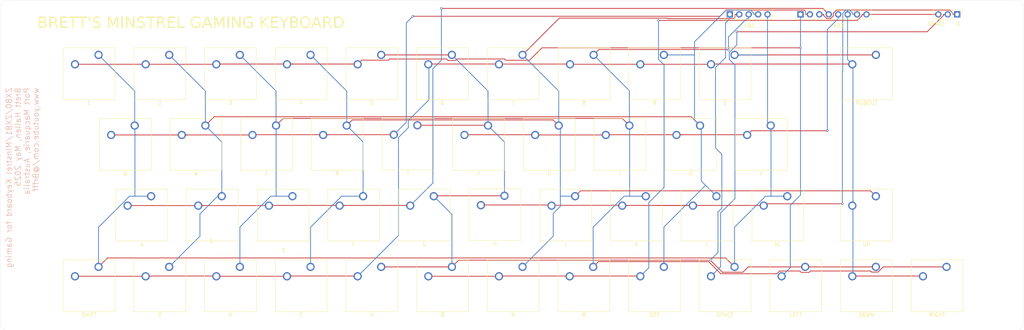
<source format=kicad_pcb>
(kicad_pcb (version 20241229) (generator "pcbnew") (generator_version "9.0")
  (layers (0 "F.Cu" signal) (2 "B.Cu" signal) (13 "F.Paste" user) (15 "B.Paste" user) (5 "F.SilkS" user "F.Silkscreen") (7 "B.SilkS" user "B.Silkscreen") (1 "F.Mask" user) (3 "B.Mask" user) (25 "Edge.Cuts" user))
  (net 0 "")
  (net 1 "COL1")
  (net 2 "COL5")
  (net 3 "COL2")
  (net 4 "COL3")
  (net 5 "COL4")
  (net 6 "A9")
  (net 7 "~{A15}")
  (net 8 "A11")
  (net 9 "A12")
  (net 10 "A13")
  (net 11 "A10")
  (net 12 "Net-(J3-Pin_2)")
  (net 13 "~{A14}")
  (footprint "Button_Switch_Keyboard:SW_Cherry_MX_1.00u_PCB" (layer "F.Cu") (at 217.2186 172.1856)
    (property "Reference" "SW37" (hide yes))
    (property "Value" "N")
  )
  (footprint "Button_Switch_Keyboard:SW_Cherry_MX_1.00u_PCB" (layer "F.Cu") (at 246.0186 134.0856)
    (property "Reference" "SW18" (hide yes))
    (property "Value" "I")
  )
  (footprint "Button_Switch_Keyboard:SW_Cherry_MX_1.00u_PCB" (layer "F.Cu") (at 117.0936 153.1356)
    (property "Reference" "SW21" (hide yes))
    (property "Value" "A")
  )
  (footprint "Button_Switch_Keyboard:SW_Cherry_MX_1.00u_PCB" (layer "F.Cu") (at 236.3738 115.0356)
    (property "Reference" "SW8" (hide yes))
    (property "Value" "8")
  )
  (footprint "Button_Switch_Keyboard:SW_Cherry_MX_1.00u_PCB" (layer "F.Cu") (at 121.9686 172.1856)
    (property "Reference" "SW32" (hide yes))
    (property "Value" "Z")
  )
  (footprint "Button_Switch_Keyboard:SW_Cherry_MX_1.00u_PCB" (layer "F.Cu") (at 160.0686 115.0356)
    (property "Reference" "SW4" (hide yes))
    (property "Value" "4")
  )
  (footprint "Button_Switch_Keyboard:SW_Cherry_MX_1.00u_PCB" (layer "F.Cu") (at 207.9186 134.0856)
    (property "Reference" "SW16" (hide yes))
    (property "Value" "Y")
  )
  (footprint "Button_Switch_Keyboard:SW_Cherry_MX_1.00u_PCB" (layer "F.Cu") (at 265.0686 134.0856)
    (property "Reference" "SW19" (hide yes))
    (property "Value" "O")
  )
  (footprint "Button_Switch_Keyboard:SW_Cherry_MX_1.00u_PCB" (layer "F.Cu") (at 141.0186 115.0356)
    (property "Reference" "SW3" (hide yes))
    (property "Value" "3")
  )
  (footprint "Button_Switch_Keyboard:SW_Cherry_MX_1.00u_PCB" (layer "F.Cu") (at 121.9686 115.0356)
    (property "Reference" "SW2" (hide yes))
    (property "Value" "2")
  )
  (footprint "Connector_PinHeader_2.54mm:PinHeader_1x08_P2.54mm_Vertical" (layer "F.Cu") (at 292.1486 104.1156 90)
    (property "Reference" "J2" (hide yes))
    (property "Value" "KB2")
  )
  (footprint "Button_Switch_Keyboard:SW_Cherry_MX_1.00u_PCB" (layer "F.Cu") (at 331.5186 172.1856)
    (property "Reference" "SW44" (hide yes))
    (property "Value" "RIGHT")
  )
  (footprint "Button_Switch_Keyboard:SW_Cherry_MX_1.00u_PCB" (layer "F.Cu") (at 179.1186 172.1856)
    (property "Reference" "SW35" (hide yes))
    (property "Value" "V")
  )
  (footprint "Button_Switch_Keyboard:SW_Cherry_MX_1.00u_PCB" (layer "F.Cu") (at 312.4686 172.1856)
    (property "Reference" "SW42" (hide yes))
    (property "Value" "DOWN")
  )
  (footprint "Button_Switch_Keyboard:SW_Cherry_MX_1.00u_PCB" (layer "F.Cu") (at 288.5872 153.1356)
    (property "Reference" "SW30" (hide yes))
    (property "Value" "NL")
  )
  (footprint "Button_Switch_Keyboard:SW_Cherry_MX_1.00u_PCB" (layer "F.Cu") (at 274.3686 115.0356)
    (property "Reference" "SW10" (hide yes))
    (property "Value" "0")
  )
  (footprint "Button_Switch_Keyboard:SW_Cherry_MX_1.00u_PCB" (layer "F.Cu") (at 312.4686 153.1356)
    (property "Reference" "SW43" (hide yes))
    (property "Value" "UP")
  )
  (footprint "Button_Switch_Keyboard:SW_Cherry_MX_1.00u_PCB" (layer "F.Cu") (at 198.1814 172.1856)
    (property "Reference" "SW36" (hide yes))
    (property "Value" "B")
  )
  (footprint "Button_Switch_Keyboard:SW_Cherry_MX_1.00u_PCB" (layer "F.Cu") (at 255.3186 172.1856)
    (property "Reference" "SW39" (hide yes))
    (property "Value" "DOT")
  )
  (footprint "MountingHole:MountingHole_3.2mm_M3" (layer "F.Cu") (at 82.3786 119.2656)
    (property "Reference" "H3" (hide yes))
    (property "Value" "MountingHole" (hide yes))
  )
  (footprint "Button_Switch_Keyboard:SW_Cherry_MX_1.00u_PCB" (layer "F.Cu") (at 155.1936 153.1356)
    (property "Reference" "SW23" (hide yes))
    (property "Value" "D")
  )
  (footprint "Button_Switch_Keyboard:SW_Cherry_MX_1.00u_PCB" (layer "F.Cu") (at 198.1686 115.0356)
    (property "Reference" "SW6" (hide yes))
    (property "Value" "6")
  )
  (footprint "MountingHole:MountingHole_3.2mm_M3" (layer "F.Cu") (at 346.7786 119.2656)
    (property "Reference" "H4" (hide yes))
    (property "Value" "MountingHole" (hide yes))
  )
  (footprint "Button_Switch_Keyboard:SW_Cherry_MX_1.00u_PCB" (layer "F.Cu") (at 312.4686 115.0356)
    (property "Reference" "SW45" (hide yes))
    (property "Value" "RUBOUT")
  )
  (footprint "Button_Switch_Keyboard:SW_Cherry_MX_1.00u_PCB" (layer "F.Cu") (at 112.6686 134.0856)
    (property "Reference" "SW11" (hide yes))
    (property "Value" "Q")
  )
  (footprint "Button_Switch_Keyboard:SW_Cherry_MX_1.00u_PCB" (layer "F.Cu") (at 255.3186 115.0356)
    (property "Reference" "SW9" (hide yes))
    (property "Value" "9")
  )
  (footprint "Button_Switch_Keyboard:SW_Cherry_MX_1.00u_PCB" (layer "F.Cu") (at 160.0686 172.1856)
    (property "Reference" "SW34" (hide yes))
    (property "Value" "C")
  )
  (footprint "Connector_PinHeader_2.54mm:PinHeader_1x03_P2.54mm_Vertical" (layer "F.Cu") (at 334.3786 104.1156 -90)
    (property "Reference" "J3" (hide yes))
    (property "Value" "0_SPACE" (hide yes))
  )
  (footprint "Button_Switch_Keyboard:SW_Cherry_MX_1.00u_PCB" (layer "F.Cu") (at 131.7186 134.0856)
    (property "Reference" "SW12" (hide yes))
    (property "Value" "W")
  )
  (footprint "Connector_PinHeader_2.54mm:PinHeader_1x05_P2.54mm_Vertical" (layer "F.Cu") (at 273.0986 104.1156 90)
    (property "Reference" "J1" (hide yes))
    (property "Value" "KB1")
  )
  (footprint "Button_Switch_Keyboard:SW_Cherry_MX_1.00u_PCB" (layer "F.Cu") (at 217.2186 115.0356)
    (property "Reference" "SW7" (hide yes))
    (property "Value" "7")
  )
  (footprint "Button_Switch_Keyboard:SW_Cherry_MX_1.00u_PCB" (layer "F.Cu") (at 136.1436 153.1356)
    (property "Reference" "SW22" (hide yes))
    (property "Value" "S")
  )
  (footprint "Button_Switch_Keyboard:SW_Cherry_MX_1.00u_PCB" (layer "F.Cu") (at 102.9186 172.1856)
    (property "Reference" "SW31" (hide yes))
    (property "Value" "SHIFT")
  )
  (footprint "Button_Switch_Keyboard:SW_Cherry_MX_1.00u_PCB" (layer "F.Cu") (at 169.8186 134.0856)
    (property "Reference" "SW14" (hide yes))
    (property "Value" "R")
  )
  (footprint "Button_Switch_Keyboard:SW_Cherry_MX_1.00u_PCB" (layer "F.Cu") (at 231.3936 153.1356)
    (property "Reference" "SW27" (hide yes))
    (property "Value" "J")
  )
  (footprint "MountingHole:MountingHole_3.2mm_M3" (layer "F.Cu") (at 346.9786 177.2656)
    (property "Reference" "H2" (hide yes))
    (property "Value" "MountingHole" (hide yes))
  )
  (footprint "Button_Switch_Keyboard:SW_Cherry_MX_1.00u_PCB" (layer "F.Cu") (at 102.9186 115.0356)
    (property "Reference" "SW1" (hide yes))
    (property "Value" "1")
  )
  (footprint "Button_Switch_Keyboard:SW_Cherry_MX_1.00u_PCB" (layer "F.Cu") (at 250.4436 153.1356)
    (property "Reference" "SW28" (hide yes))
    (property "Value" "K")
  )
  (footprint "Button_Switch_Keyboard:SW_Cherry_MX_1.00u_PCB" (layer "F.Cu") (at 174.2436 153.1356)
    (property "Reference" "SW24" (hide yes))
    (property "Value" "F")
  )
  (footprint "MountingHole:MountingHole_3.2mm_M3" (layer "F.Cu") (at 82.3786 177.2656)
    (property "Reference" "H1" (hide yes))
    (property "Value" "MountingHole" (hide yes))
  )
  (footprint "Button_Switch_Keyboard:SW_Cherry_MX_1.00u_PCB" (layer "F.Cu") (at 150.7686 134.0856)
    (property "Reference" "SW13" (hide yes))
    (property "Value" "E")
  )
  (footprint "Button_Switch_Keyboard:SW_Cherry_MX_1.00u_PCB" (layer "F.Cu") (at 284.1186 134.0856)
    (property "Reference" "SW20" (hide yes))
    (property "Value" "P")
  )
  (footprint "Button_Switch_Keyboard:SW_Cherry_MX_1.00u_PCB" (layer "F.Cu") (at 293.4186 172.1856)
    (property "Reference" "SW41" (hide yes))
    (property "Value" "LEFT")
  )
  (footprint "Button_Switch_Keyboard:SW_Cherry_MX_1.00u_PCB" (layer "F.Cu") (at 274.3686 172.1856)
    (property "Reference" "SW40" (hide yes))
    (property "Value" "SPACE")
  )
  (footprint "Button_Switch_Keyboard:SW_Cherry_MX_1.00u_PCB" (layer "F.Cu") (at 141.0186 172.1856)
    (property "Reference" "SW33" (hide yes))
    (property "Value" "X")
  )
  (footprint "Button_Switch_Keyboard:SW_Cherry_MX_1.00u_PCB" (layer "F.Cu") (at 226.9686 134.0856)
    (property "Reference" "SW17" (hide yes))
    (property "Value" "U")
  )
  (footprint "Button_Switch_Keyboard:SW_Cherry_MX_1.00u_PCB" (layer "F.Cu") (at 193.2936 153.1356)
    (property "Reference" "SW25" (hide yes))
    (property "Value" "G")
  )
  (footprint "Button_Switch_Keyboard:SW_Cherry_MX_1.00u_PCB" (layer "F.Cu") (at 212.3436 153.019)
    (property "Reference" "SW26" (hide yes))
    (property "Value" "H")
  )
  (footprint "Button_Switch_Keyboard:SW_Cherry_MX_1.00u_PCB" (layer "F.Cu") (at 269.4936 153.1356)
    (property "Reference" "SW29" (hide yes))
    (property "Value" "L")
  )
  (footprint "Button_Switch_Keyboard:SW_Cherry_MX_1.00u_PCB" (layer "F.Cu") (at 188.8686 134.0113)
    (property "Reference" "SW15" (hide yes))
    (property "Value" "T")
  )
  (footprint "Button_Switch_Keyboard:SW_Cherry_MX_1.00u_PCB" (layer "F.Cu") (at 179.1186 115.0356)
    (property "Reference" "SW5" (hide yes))
    (property "Value" "5")
  )
  (footprint "Button_Switch_Keyboard:SW_Cherry_MX_1.00u_PCB" (layer "F.Cu") (at 236.2686 172.1856)
    (property "Reference" "SW38" (hide yes))
    (property "Value" "M")
  )
  (gr_arc (start 78.378594 189.265581) (mid 76.964391 188.679791) (end 76.378594 187.265581) (stroke (width 0.05)) (layer "Edge.Cuts"))
  (gr_line (start 352.378594 102.265581) (end 352.378594 187.265581) (stroke (width 0.05)) (layer "Edge.Cuts"))
  (gr_arc (start 350.378594 100.265581) (mid 351.792808 100.851367) (end 352.378594 102.265581) (stroke (width 0.05)) (layer "Edge.Cuts"))
  (gr_line (start 76.378594 187.265581) (end 76.378594 102.265581) (stroke (width 0.05)) (layer "Edge.Cuts"))
  (gr_arc (start 352.378594 187.265581) (mid 351.792808 188.679795) (end 350.378594 189.265581) (stroke (width 0.05)) (layer "Edge.Cuts"))
  (gr_line (start 78.378594 100.265581) (end 350.378594 100.265581) (stroke (width 0.05)) (layer "Edge.Cuts"))
  (gr_line (start 350.378594 189.265581) (end 78.378594 189.265581) (stroke (width 0.05)) (layer "Edge.Cuts"))
  (gr_arc (start 76.378594 102.265581) (mid 76.964387 100.851378) (end 78.378594 100.265581) (stroke (width 0.05)) (layer "Edge.Cuts"))
  (gr_text "BRETT'S MINSTREL GAMING KEYBOARD" (at 86.378594 108.265581 0) (layer "F.SilkS") (effects (font (size 3 3)) (justify left bottom)))
  (gr_text "SPACE" (at 326.378594 107.265581 0) (layer "F.SilkS") (effects (font (size 1 1)) (justify left bottom)))
  (gr_text "0" (at 334.129192 107.265581 0) (layer "F.SilkS") (effects (font (size 1 1)) (justify left bottom)))
  (gr_text_box "ZX80/ZX81/Minstrel Keyboard for Gaming\nBrett Hallen, May 2025\nPort Macquarie, Australia\nwww.youtube.com/@Brfff" (start 85.878594 173.765581) (end 76.878594 122.765581) (margins 1.0025 1.0025 1.0025 1.0025) (angle 90) (layer "B.SilkS") (effects (font (size 1.5 1.5)) (justify left top mirror)) (border no))
  (segment (start 276.6124 173.6336) (end 271.0968 173.6336) (width 0.2) (layer "F.Cu") (net 1))
  (segment (start 207.8443 134.0113) (end 207.9186 134.0856) (width 0.2) (layer "F.Cu") (net 1))
  (segment (start 193.4102 153.019) (end 193.2936 153.1356) (width 0.2) (layer "F.Cu") (net 1))
  (segment (start 199.993 170.374) (end 198.1814 172.1856) (width 0.2) (layer "F.Cu") (net 1))
  (segment (start 179.1186 115.0356) (end 198.1686 115.0356) (width 0.2) (layer "F.Cu") (net 1))
  (segment (start 198.1814 172.1856) (end 179.1186 172.1856) (width 0.2) (layer "F.Cu") (net 1))
  (segment (start 312.4686 172.1856) (end 293.4186 172.1856) (width 0.2) (layer "F.Cu") (net 1))
  (segment (start 212.3436 153.019) (end 193.4102 153.019) (width 0.2) (layer "F.Cu") (net 1))
  (segment (start 278.0604 172.1856) (end 276.6124 173.6336) (width 0.2) (layer "F.Cu") (net 1))
  (segment (start 188.8686 134.0113) (end 207.8443 134.0113) (width 0.2) (layer "F.Cu") (net 1))
  (segment (start 267.8372 170.374) (end 199.993 170.374) (width 0.2) (layer "F.Cu") (net 1))
  (segment (start 271.0968 173.6336) (end 267.8372 170.374) (width 0.2) (layer "F.Cu") (net 1))
  (segment (start 293.4186 172.1856) (end 278.0604 172.1856) (width 0.2) (layer "F.Cu") (net 1))
  (via (at 267.8372 170.374) (size 0.6) (drill 0.3) (layers "F.Cu" "B.Cu") (net 1))
  (segment (start 270.9367 156.3672) (end 269.9051 157.3988) (width 0.2) (layer "B.Cu") (net 1))
  (segment (start 271.9484 106.4175) (end 271.9484 115.7587) (width 0.2) (layer "B.Cu") (net 1))
  (segment (start 198.1814 158.0234) (end 193.2936 153.1356) (width 0.2) (layer "B.Cu") (net 1))
  (segment (start 212.3436 153.019) (end 212.3436 138.5106) (width 0.2) (layer "B.Cu") (net 1))
  (segment (start 198.1686 115.0356) (end 207.9186 124.7856) (width 0.2) (layer "B.Cu") (net 1))
  (segment (start 273.0986 104.1156) (end 273.0986 105.2673) (width 0.2) (layer "B.Cu") (net 1))
  (segment (start 212.3436 138.5106) (end 207.9186 134.0856) (width 0.2) (layer "B.Cu") (net 1))
  (segment (start 271.9484 115.7587) (end 269.2337 118.4734) (width 0.2) (layer "B.Cu") (net 1))
  (segment (start 198.1814 172.1856) (end 198.1814 158.0234) (width 0.2) (layer "B.Cu") (net 1))
  (segment (start 270.9367 141.8245) (end 270.9367 156.3672) (width 0.2) (layer "B.Cu") (net 1))
  (segment (start 269.9051 157.3988) (end 269.9051 168.3061) (width 0.2) (layer "B.Cu") (net 1))
  (segment (start 269.2337 118.4734) (end 269.2337 140.1215) (width 0.2) (layer "B.Cu") (net 1))
  (segment (start 269.9051 168.3061) (end 267.8372 170.374) (width 0.2) (layer "B.Cu") (net 1))
  (segment (start 273.0986 105.2673) (end 271.9484 106.4175) (width 0.2) (layer "B.Cu") (net 1))
  (segment (start 269.2337 140.1215) (end 270.9367 141.8245) (width 0.2) (layer "B.Cu") (net 1))
  (segment (start 207.9186 124.7856) (end 207.9186 134.0856) (width 0.2) (layer "B.Cu") (net 1))
  (segment (start 105.3319 169.7723) (end 102.9186 172.1856) (width 0.2) (layer "F.Cu") (net 2))
  (segment (start 312.4686 115.0356) (end 274.3686 115.0356) (width 0.2) (layer "F.Cu") (net 2))
  (segment (start 271.9553 169.7723) (end 105.3319 169.7723) (width 0.2) (layer "F.Cu") (net 2))
  (segment (start 274.3686 172.1856) (end 271.9553 169.7723) (width 0.2) (layer "F.Cu") (net 2))
  (segment (start 283.2586 133.2256) (end 284.1186 134.0856) (width 0.2) (layer "B.Cu") (net 2))
  (segment (start 284.1186 134.0856) (end 284.1992 134.1662) (width 0.2) (layer "B.Cu") (net 2))
  (segment (start 284.1992 153.1356) (end 288.5872 153.1356) (width 0.2) (layer "B.Cu") (net 2))
  (segment (start 284.1992 134.1662) (end 284.1992 153.1356) (width 0.2) (layer "B.Cu") (net 2))
  (segment (start 102.9186 172.1856) (end 102.9186 161.4997) (width 0.2) (layer "B.Cu") (net 2))
  (segment (start 274.3686 172.1856) (end 274.3686 161.4812) (width 0.2) (layer "B.Cu") (net 2))
  (segment (start 283.2586 105.1664) (end 283.2586 115.0356) (width 0.2) (layer "B.Cu") (net 2))
  (segment (start 111.2827 153.1356) (end 112.7194 153.1356) (width 0.2) (layer "B.Cu") (net 2))
  (segment (start 283.2586 115.0356) (end 283.2586 133.2256) (width 0.2) (layer "B.Cu") (net 2))
  (segment (start 274.3686 161.4812) (end 282.7142 153.1356) (width 0.2) (layer "B.Cu") (net 2))
  (segment (start 102.9186 115.0356) (end 112.6686 124.7856) (width 0.2) (layer "B.Cu") (net 2))
  (segment (start 112.7194 134.1364) (end 112.7194 153.1356) (width 0.2) (layer "B.Cu") (net 2))
  (segment (start 283.2586 115.0356) (end 274.3686 115.0356) (width 0.2) (layer "B.Cu") (net 2))
  (segment (start 112.7194 153.1356) (end 117.0936 153.1356) (width 0.2) (layer "B.Cu") (net 2))
  (segment (start 283.2586 104.1156) (end 283.2586 105.1664) (width 0.2) (layer "B.Cu") (net 2))
  (segment (start 282.7142 153.1356) (end 284.1992 153.1356) (width 0.2) (layer "B.Cu") (net 2))
  (segment (start 112.6686 124.7856) (end 112.6686 134.0856) (width 0.2) (layer "B.Cu") (net 2))
  (segment (start 102.9186 161.4997) (end 111.2827 153.1356) (width 0.2) (layer "B.Cu") (net 2))
  (segment (start 112.6686 134.0856) (end 112.7194 134.1364) (width 0.2) (layer "B.Cu") (net 2))
  (segment (start 274.0736 105.2673) (end 256.3368 105.2673) (width 0.2) (layer "F.Cu") (net 3))
  (segment (start 169.8186 134.0856) (end 171.3314 132.5728) (width 0.2) (layer "F.Cu") (net 3))
  (segment (start 256.2068 105.1373) (end 227.1169 105.1373) (width 0.2) (layer "F.Cu") (net 3))
  (segment (start 227.1169 105.1373) (end 217.2186 115.0356) (width 0.2) (layer "F.Cu") (net 3))
  (segment (start 256.3368 105.2673) (end 256.2068 105.1373) (width 0.2) (layer "F.Cu") (net 3))
  (segment (start 274.4869 104.1156) (end 274.4869 104.854) (width 0.2) (layer "F.Cu") (net 3))
  (segment (start 232.8535 151.6757) (end 231.3936 153.1356) (width 0.2) (layer "F.Cu") (net 3))
  (segment (start 311.0087 151.6757) (end 232.8535 151.6757) (width 0.2) (layer "F.Cu") (net 3))
  (segment (start 275.6386 104.1156) (end 274.4869 104.1156) (width 0.2) (layer "F.Cu") (net 3))
  (segment (start 225.4558 132.5728) (end 226.9686 134.0856) (width 0.2) (layer "F.Cu") (net 3))
  (segment (start 274.4869 104.854) (end 274.0736 105.2673) (width 0.2) (layer "F.Cu") (net 3))
  (segment (start 312.4686 153.1356) (end 311.0087 151.6757) (width 0.2) (layer "F.Cu") (net 3))
  (segment (start 171.3314 132.5728) (end 225.4558 132.5728) (width 0.2) (layer "F.Cu") (net 3))
  (segment (start 160.0686 161.5012) (end 168.4342 153.1356) (width 0.2) (layer "B.Cu") (net 3))
  (segment (start 227.4055 153.1356) (end 227.4055 155.8656) (width 0.2) (layer "B.Cu") (net 3))
  (segment (start 174.2436 138.5106) (end 169.8186 134.0856) (width 0.2) (layer "B.Cu") (net 3))
  (segment (start 226.9686 134.0856) (end 227.4055 134.5225) (width 0.2) (layer "B.Cu") (net 3))
  (segment (start 227.4055 155.8656) (end 225.5005 157.7706) (width 0.2) (layer "B.Cu") (net 3))
  (segment (start 174.2436 153.1356) (end 174.2436 138.5106) (width 0.2) (layer "B.Cu") (net 3))
  (segment (start 226.9686 124.7856) (end 217.2186 115.0356) (width 0.2) (layer "B.Cu") (net 3))
  (segment (start 225.5005 157.7706) (end 225.5005 163.9037) (width 0.2) (layer "B.Cu") (net 3))
  (segment (start 231.3936 153.1356) (end 227.4055 153.1356) (width 0.2) (layer "B.Cu") (net 3))
  (segment (start 160.0686 172.1856) (end 160.0686 161.5012) (width 0.2) (layer "B.Cu") (net 3))
  (segment (start 169.8186 134.0856) (end 169.8186 124.7856) (width 0.2) (layer "B.Cu") (net 3))
  (segment (start 169.8186 124.7856) (end 160.0686 115.0356) (width 0.2) (layer "B.Cu") (net 3))
  (segment (start 226.9686 134.0856) (end 226.9686 124.7856) (width 0.2) (layer "B.Cu") (net 3))
  (segment (start 227.4055 134.5225) (end 227.4055 153.1356) (width 0.2) (layer "B.Cu") (net 3))
  (segment (start 225.5005 163.9037) (end 217.2186 172.1856) (width 0.2) (layer "B.Cu") (net 3))
  (segment (start 168.4342 153.1356) (end 174.2436 153.1356) (width 0.2) (layer "B.Cu") (net 3))
  (segment (start 270.6477 174.0353) (end 267.3881 170.7757) (width 0.2) (layer "F.Cu") (net 4))
  (segment (start 237.8167 113.5927) (end 272.5987 113.5927) (width 0.2) (layer "F.Cu") (net 4))
  (segment (start 244.1041 132.1711) (end 152.6831 132.1711) (width 0.2) (layer "F.Cu") (net 4))
  (segment (start 331.5186 172.1856) (end 314.451 172.1856) (width 0.2) (layer "F.Cu") (net 4))
  (segment (start 272.5987 113.5927) (end 272.7347 113.7287) (width 0.2) (layer "F.Cu") (net 4))
  (segment (start 285.7766 174.0353) (end 270.6477 174.0353) (width 0.2) (layer "F.Cu") (net 4))
  (segment (start 314.451 172.1856) (end 313.0354 173.6012) (width 0.2) (layer "F.Cu") (net 4))
  (segment (start 237.6785 170.7757) (end 236.2686 172.1856) (width 0.2) (layer "F.Cu") (net 4))
  (segment (start 286.5147 173.2972) (end 285.7766 174.0353) (width 0.2) (layer "F.Cu") (net 4))
  (segment (start 152.6831 132.1711) (end 150.7686 134.0856) (width 0.2) (layer "F.Cu") (net 4))
  (segment (start 291.9902 173.2972) (end 286.5147 173.2972) (width 0.2) (layer "F.Cu") (net 4))
  (segment (start 294.4508 173.673) (end 292.366 173.673) (width 0.2) (layer "F.Cu") (net 4))
  (segment (start 311.0394 173.2964) (end 294.8274 173.2964) (width 0.2) (layer "F.Cu") (net 4))
  (segment (start 313.0354 173.6012) (end 311.3442 173.6012) (width 0.2) (layer "F.Cu") (net 4))
  (segment (start 246.0186 134.0856) (end 244.1041 132.1711) (width 0.2) (layer "F.Cu") (net 4))
  (segment (start 294.8274 173.2964) (end 294.4508 173.673) (width 0.2) (layer "F.Cu") (net 4))
  (segment (start 236.3738 115.0356) (end 237.8167 113.5927) (width 0.2) (layer "F.Cu") (net 4))
  (segment (start 292.366 173.673) (end 291.9902 173.2972) (width 0.2) (layer "F.Cu") (net 4))
  (segment (start 267.3881 170.7757) (end 237.6785 170.7757) (width 0.2) (layer "F.Cu") (net 4))
  (segment (start 311.3442 173.6012) (end 311.0394 173.2964) (width 0.2) (layer "F.Cu") (net 4))
  (via (at 272.7347 113.7287) (size 0.6) (drill 0.3) (layers "F.Cu" "B.Cu") (net 4))
  (segment (start 246.0905 134.1575) (end 246.0186 134.0856) (width 0.2) (layer "B.Cu") (net 4))
  (segment (start 141.0186 161.4564) (end 149.3394 153.1356) (width 0.2) (layer "B.Cu") (net 4))
  (segment (start 246.0186 124.6804) (end 246.0186 134.0856) (width 0.2) (layer "B.Cu") (net 4))
  (segment (start 278.1786 104.1156) (end 278.1786 105.2673) (width 0.2) (layer "B.Cu") (net 4))
  (segment (start 141.0186 172.1856) (end 141.0186 161.4564) (width 0.2) (layer "B.Cu") (net 4))
  (segment (start 278.1786 105.2673) (end 277.6589 105.2673) (width 0.2) (layer "B.Cu") (net 4))
  (segment (start 246.0905 153.1356) (end 246.0905 134.1575) (width 0.2) (layer "B.Cu") (net 4))
  (segment (start 236.2686 172.1856) (end 236.2686 161.4564) (width 0.2) (layer "B.Cu") (net 4))
  (segment (start 150.794 134.111) (end 150.7686 134.0856) (width 0.2) (layer "B.Cu") (net 4))
  (segment (start 236.3738 115.0356) (end 246.0186 124.6804) (width 0.2) (layer "B.Cu") (net 4))
  (segment (start 149.3394 153.1356) (end 150.794 153.1356) (width 0.2) (layer "B.Cu") (net 4))
  (segment (start 150.7686 124.7856) (end 141.0186 115.0356) (width 0.2) (layer "B.Cu") (net 4))
  (segment (start 244.5894 153.1356) (end 246.0905 153.1356) (width 0.2) (layer "B.Cu") (net 4))
  (segment (start 272.7347 110.1915) (end 272.7347 113.7287) (width 0.2) (layer "B.Cu") (net 4))
  (segment (start 277.6589 105.2673) (end 272.7347 110.1915) (width 0.2) (layer "B.Cu") (net 4))
  (segment (start 246.0905 153.1356) (end 250.4436 153.1356) (width 0.2) (layer "B.Cu") (net 4))
  (segment (start 150.794 153.1356) (end 155.1936 153.1356) (width 0.2) (layer "B.Cu") (net 4))
  (segment (start 150.794 153.1356) (end 150.794 134.111) (width 0.2) (layer "B.Cu") (net 4))
  (segment (start 236.2686 161.4564) (end 244.5894 153.1356) (width 0.2) (layer "B.Cu") (net 4))
  (segment (start 150.7686 134.0856) (end 150.7686 124.7856) (width 0.2) (layer "B.Cu") (net 4))
  (segment (start 262.6878 131.7048) (end 265.0686 134.0856) (width 0.2) (layer "F.Cu") (net 5))
  (segment (start 134.0994 131.7048) (end 262.6878 131.7048) (width 0.2) (layer "F.Cu") (net 5))
  (segment (start 131.7186 134.0856) (end 134.0994 131.7048) (width 0.2) (layer "F.Cu") (net 5))
  (segment (start 130.2505 163.9037) (end 121.9686 172.1856) (width 0.2) (layer "B.Cu") (net 5))
  (segment (start 265.4126 134.4296) (end 265.0686 134.0856) (width 0.2) (layer "B.Cu") (net 5))
  (segment (start 263.5736 132.5906) (end 265.0686 134.0856) (width 0.2) (layer "B.Cu") (net 5))
  (segment (start 255.3186 161.4442) (end 266.5604 150.2024) (width 0.2) (layer "B.Cu") (net 5))
  (segment (start 266.5604 150.2024) (end 265.4126 149.0546) (width 0.2) (layer "B.Cu") (net 5))
  (segment (start 263.5736 115.0356) (end 255.3186 115.0356) (width 0.2) (layer "B.Cu") (net 5))
  (segment (start 135.0357 153.1356) (end 130.2505 157.9208) (width 0.2) (layer "B.Cu") (net 5))
  (segment (start 279.5669 104.1156) (end 279.5669 103.8276) (width 0.2) (layer "B.Cu") (net 5))
  (segment (start 279.5669 103.8276) (end 278.7032 102.9639) (width 0.2) (layer "B.Cu") (net 5))
  (segment (start 255.3186 172.1856) (end 255.3186 161.4442) (width 0.2) (layer "B.Cu") (net 5))
  (segment (start 272.117 102.9639) (end 263.5736 111.5073) (width 0.2) (layer "B.Cu") (net 5))
  (segment (start 136.1436 153.1356) (end 135.0357 153.1356) (width 0.2) (layer "B.Cu") (net 5))
  (segment (start 136.1436 138.5106) (end 131.7186 134.0856) (width 0.2) (layer "B.Cu") (net 5))
  (segment (start 269.4936 153.1356) (end 266.5604 150.2024) (width 0.2) (layer "B.Cu") (net 5))
  (segment (start 131.7186 134.0856) (end 131.7186 124.7856) (width 0.2) (layer "B.Cu") (net 5))
  (segment (start 278.7032 102.9639) (end 272.117 102.9639) (width 0.2) (layer "B.Cu") (net 5))
  (segment (start 136.1436 153.1356) (end 136.1436 138.5106) (width 0.2) (layer "B.Cu") (net 5))
  (segment (start 130.2505 157.9208) (end 130.2505 163.9037) (width 0.2) (layer "B.Cu") (net 5))
  (segment (start 280.7186 104.1156) (end 279.5669 104.1156) (width 0.2) (layer "B.Cu") (net 5))
  (segment (start 263.5736 115.0356) (end 263.5736 132.5906) (width 0.2) (layer "B.Cu") (net 5))
  (segment (start 131.7186 124.7856) (end 121.9686 115.0356) (width 0.2) (layer "B.Cu") (net 5))
  (segment (start 263.5736 111.5073) (end 263.5736 115.0356) (width 0.2) (layer "B.Cu") (net 5))
  (segment (start 265.4126 149.0546) (end 265.4126 134.4296) (width 0.2) (layer "B.Cu") (net 5))
  (segment (start 110.7553 155.6639) (end 110.7436 155.6756) (width 0.2) (layer "F.Cu") (net 6))
  (segment (start 186.9436 155.6756) (end 186.8743 155.6063) (width 0.2) (layer "F.Cu") (net 6))
  (segment (start 186.8743 155.6063) (end 169.4763 155.6063) (width 0.2) (layer "F.Cu") (net 6))
  (segment (start 129.8053 155.6639) (end 131.3187 155.6639) (width 0.2) (layer "F.Cu") (net 6))
  (segment (start 167.9629 155.6063) (end 167.8936 155.6756) (width 0.2) (layer "F.Cu") (net 6))
  (segment (start 129.7936 155.6756) (end 129.8053 155.6639) (width 0.2) (layer "F.Cu") (net 6))
  (segment (start 148.9129 155.6063) (end 148.8436 155.6756) (width 0.2) (layer "F.Cu") (net 6))
  (segment (start 298.1501 102.4971) (end 195.3361 102.4971) (width 0.2) (layer "F.Cu") (net 6))
  (segment (start 148.8319 155.6639) (end 148.8436 155.6756) (width 0.2) (layer "F.Cu") (net 6))
  (segment (start 169.4763 155.6063) (end 167.9629 155.6063) (width 0.2) (layer "F.Cu") (net 6))
  (segment (start 131.3187 155.6639) (end 110.7553 155.6639) (width 0.2) (layer "F.Cu") (net 6))
  (segment (start 131.3187 155.6639) (end 148.8319 155.6639) (width 0.2) (layer "F.Cu") (net 6))
  (segment (start 299.7686 104.1156) (end 298.1501 102.4971) (width 0.2) (layer "F.Cu") (net 6))
  (segment (start 169.4763 155.6063) (end 148.9129 155.6063) (width 0.2) (layer "F.Cu") (net 6))
  (via (at 195.3361 102.4971) (size 0.6) (drill 0.3) (layers "F.Cu" "B.Cu") (net 6))
  (segment (start 195.3361 116.4827) (end 195.3361 102.4971) (width 0.2) (layer "B.Cu") (net 6))
  (segment (start 193.0335 118.7853) (end 195.3361 116.4827) (width 0.2) (layer "B.Cu") (net 6))
  (segment (start 193.0335 149.5857) (end 193.0335 118.7853) (width 0.2) (layer "B.Cu") (net 6))
  (segment (start 186.9436 155.6756) (end 193.0335 149.5857) (width 0.2) (layer "B.Cu") (net 6))
  (segment (start 210.9379 174.6563) (end 210.8686 174.7256) (width 0.2) (layer "F.Cu") (net 7))
  (segment (start 229.8493 174.6563) (end 210.9379 174.6563) (width 0.2) (layer "F.Cu") (net 7))
  (segment (start 329.2986 104.1156) (end 309.9286 104.1156) (width 0.2) (layer "F.Cu") (net 7))
  (segment (start 308.7769 104.1156) (end 308.7769 104.4035) (width 0.2) (layer "F.Cu") (net 7))
  (segment (start 191.8314 174.7256) (end 191.8431 174.7139) (width 0.2) (layer "F.Cu") (net 7))
  (segment (start 229.9186 174.7256) (end 229.8493 174.6563) (width 0.2) (layer "F.Cu") (net 7))
  (segment (start 307.4414 105.739) (end 253.8756 105.739) (width 0.2) (layer "F.Cu") (net 7))
  (segment (start 309.9286 104.1156) (end 308.7769 104.1156) (width 0.2) (layer "F.Cu") (net 7))
  (segment (start 248.9686 174.7256) (end 248.8993 174.6563) (width 0.2) (layer "F.Cu") (net 7))
  (segment (start 248.8993 174.6563) (end 229.9879 174.6563) (width 0.2) (layer "F.Cu") (net 7))
  (segment (start 210.8569 174.7139) (end 210.8686 174.7256) (width 0.2) (layer "F.Cu") (net 7))
  (segment (start 229.9879 174.6563) (end 229.9186 174.7256) (width 0.2) (layer "F.Cu") (net 7))
  (segment (start 308.7769 104.4035) (end 307.4414 105.739) (width 0.2) (layer "F.Cu") (net 7))
  (segment (start 191.8431 174.7139) (end 210.8569 174.7139) (width 0.2) (layer "F.Cu") (net 7))
  (via (at 253.8756 105.739) (size 0.6) (drill 0.3) (layers "F.Cu" "B.Cu") (net 7))
  (segment (start 255.3694 150.7498) (end 255.3694 117.7295) (width 0.2) (layer "B.Cu") (net 7))
  (segment (start 251.2568 154.8624) (end 255.3694 150.7498) (width 0.2) (layer "B.Cu") (net 7))
  (segment (start 248.9686 174.7256) (end 251.2568 172.4374) (width 0.2) (layer "B.Cu") (net 7))
  (segment (start 253.8756 116.2357) (end 253.8756 105.739) (width 0.2) (layer "B.Cu") (net 7))
  (segment (start 255.3694 117.7295) (end 253.8756 116.2357) (width 0.2) (layer "B.Cu") (net 7))
  (segment (start 251.2568 172.4374) (end 251.2568 154.8624) (width 0.2) (layer "B.Cu") (net 7))
  (segment (start 196.7394 116.1464) (end 197.116 116.523) (width 0.2) (layer "F.Cu") (net 8))
  (segment (start 134.7379 117.5063) (end 134.6686 117.5756) (width 0.2) (layer "F.Cu") (net 8))
  (segment (start 134.6569 117.5639) (end 134.6686 117.5756) (width 0.2) (layer "F.Cu") (net 8))
  (segment (start 222.4577 113.127) (end 292.1486 113.127) (width 0.2) (layer "F.Cu") (net 8))
  (segment (start 172.7686 117.5756) (end 172.6993 117.5063) (width 0.2) (layer "F.Cu") (net 8))
  (segment (start 199.5872 116.1366) (end 212.36 116.1366) (width 0.2) (layer "F.Cu") (net 8))
  (segment (start 172.6993 117.5063) (end 155.3013 117.5063) (width 0.2) (layer "F.Cu") (net 8))
  (segment (start 181.0174 116.4673) (end 181.3383 116.1464) (width 0.2) (layer "F.Cu") (net 8))
  (segment (start 199.2008 116.523) (end 199.5872 116.1366) (width 0.2) (layer "F.Cu") (net 8))
  (segment (start 96.5803 117.5639) (end 115.6069 117.5639) (width 0.2) (layer "F.Cu") (net 8))
  (segment (start 153.7879 117.5063) (end 153.7186 117.5756) (width 0.2) (layer "F.Cu") (net 8))
  (segment (start 219.0996 116.4851) (end 222.4577 113.127) (width 0.2) (layer "F.Cu") (net 8))
  (segment (start 155.3013 117.5063) (end 153.7879 117.5063) (width 0.2) (layer "F.Cu") (net 8))
  (segment (start 115.6186 117.5756) (end 115.6303 117.5639) (width 0.2) (layer "F.Cu") (net 8))
  (segment (start 197.116 116.523) (end 199.2008 116.523) (width 0.2) (layer "F.Cu") (net 8))
  (segment (start 212.36 116.1366) (end 212.7085 116.4851) (width 0.2) (layer "F.Cu") (net 8))
  (segment (start 115.6069 117.5639) (end 115.6186 117.5756) (width 0.2) (layer "F.Cu") (net 8))
  (segment (start 96.5686 117.5756) (end 96.5803 117.5639) (width 0.2) (layer "F.Cu") (net 8))
  (segment (start 181.3383 116.1464) (end 196.7394 116.1464) (width 0.2) (layer "F.Cu") (net 8))
  (segment (start 155.3013 117.5063) (end 134.7379 117.5063) (width 0.2) (layer "F.Cu") (net 8))
  (segment (start 173.8769 116.4673) (end 181.0174 116.4673) (width 0.2) (layer "F.Cu") (net 8))
  (segment (start 115.6303 117.5639) (end 134.6569 117.5639) (width 0.2) (layer "F.Cu") (net 8))
  (segment (start 172.7686 117.5756) (end 173.8769 116.4673) (width 0.2) (layer "F.Cu") (net 8))
  (segment (start 212.7085 116.4851) (end 219.0996 116.4851) (width 0.2) (layer "F.Cu") (net 8))
  (via (at 292.1486 113.127) (size 0.6) (drill 0.3) (layers "F.Cu" "B.Cu") (net 8))
  (segment (start 292.1486 152.841) (end 289.4004 155.5892) (width 0.2) (layer "B.Cu") (net 8))
  (segment (start 292.1486 113.127) (end 292.1486 152.841) (width 0.2) (layer "B.Cu") (net 8))
  (segment (start 292.1486 104.1156) (end 292.1486 113.127) (width 0.2) (layer "B.Cu") (net 8))
  (segment (start 289.4004 172.3938) (end 287.0686 174.7256) (width 0.2) (layer "B.Cu") (net 8))
  (segment (start 289.4004 155.5892) (end 289.4004 172.3938) (width 0.2) (layer "B.Cu") (net 8))
  (segment (start 297.2286 104.1156) (end 298.3803 104.1156) (width 0.2) (layer "F.Cu") (net 9))
  (segment (start 306.1186 117.5756) (end 306.0493 117.5063) (width 0.2) (layer "F.Cu") (net 9))
  (segment (start 191.9002 117.494) (end 210.787 117.494) (width 0.2) (layer "F.Cu") (net 9))
  (segment (start 299.2675 105.2713) (end 298.3803 104.3841) (width 0.2) (layer "F.Cu") (net 9))
  (segment (start 332.3496 102.9504) (end 304.8486 102.9504) (width 0.2) (layer "F.Cu") (net 9))
  (segment (start 134.6686 174.7256) (end 134.5993 174.6563) (width 0.2) (layer "F.Cu") (net 9))
  (segment (start 268.0879 117.5063) (end 268.0186 117.5756) (width 0.2) (layer "F.Cu") (net 9))
  (segment (start 115.6069 174.7139) (end 115.6186 174.7256) (width 0.2) (layer "F.Cu") (net 9))
  (segment (start 333.2269 104.1156) (end 333.2269 103.8277) (width 0.2) (layer "F.Cu") (net 9))
  (segment (start 153.7879 174.6563) (end 153.7186 174.7256) (width 0.2) (layer "F.Cu") (net 9))
  (segment (start 210.9301 117.5141) (end 229.9623 117.5141) (width 0.2) (layer "F.Cu") (net 9))
  (segment (start 248.9686 117.5756) (end 248.9569 117.5639) (width 0.2) (layer "F.Cu") (net 9))
  (segment (start 96.5803 174.7139) (end 115.6069 174.7139) (width 0.2) (layer "F.Cu") (net 9))
  (segment (start 306.1186 174.7256) (end 306.1911 174.6531) (width 0.2) (layer "F.Cu") (net 9))
  (segment (start 172.7686 174.7256) (end 172.6993 174.6563) (width 0.2) (layer "F.Cu") (net 9))
  (segment (start 306.0493 117.5063) (end 268.0879 117.5063) (width 0.2) (layer "F.Cu") (net 9))
  (segment (start 298.3803 104.3841) (end 298.3803 104.1156) (width 0.2) (layer "F.Cu") (net 9))
  (segment (start 306.1911 174.6531) (end 325.0961 174.6531) (width 0.2) (layer "F.Cu") (net 9))
  (segment (start 191.8186 117.5756) (end 191.9002 117.494) (width 0.2) (layer "F.Cu") (net 9))
  (segment (start 153.7186 174.7256) (end 153.7069 174.7139) (width 0.2) (layer "F.Cu") (net 9))
  (segment (start 153.7069 174.7139) (end 134.6803 174.7139) (width 0.2) (layer "F.Cu") (net 9))
  (segment (start 333.2269 103.8277) (end 332.3496 102.9504) (width 0.2) (layer "F.Cu") (net 9))
  (segment (start 248.9803 117.5639) (end 248.9686 117.5756) (width 0.2) (layer "F.Cu") (net 9))
  (segment (start 304.8486 102.9504) (end 304.8486 104.1156) (width 0.2) (layer "F.Cu") (net 9))
  (segment (start 229.9623 117.5141) (end 230.0238 117.5756) (width 0.2) (layer "F.Cu") (net 9))
  (segment (start 134.5993 174.6563) (end 115.6879 174.6563) (width 0.2) (layer "F.Cu") (net 9))
  (segment (start 268.0186 117.5756) (end 268.0069 117.5639) (width 0.2) (layer "F.Cu") (net 9))
  (segment (start 210.787 117.494) (end 210.8686 117.5756) (width 0.2) (layer "F.Cu") (net 9))
  (segment (start 115.6879 174.6563) (end 115.6186 174.7256) (width 0.2) (layer "F.Cu") (net 9))
  (segment (start 300.9908 103.8046) (end 300.9908 104.538) (width 0.2) (layer "F.Cu") (net 9))
  (segment (start 268.0069 117.5639) (end 248.9803 117.5639) (width 0.2) (layer "F.Cu") (net 9))
  (segment (start 248.9569 117.5639) (end 230.0355 117.5639) (width 0.2) (layer "F.Cu") (net 9))
  (segment (start 304.8486 102.9504) (end 301.845 102.9504) (width 0.2) (layer "F.Cu") (net 9))
  (segment (start 210.8686 117.5756) (end 210.9301 117.5141) (width 0.2) (layer "F.Cu") (net 9))
  (segment (start 172.6993 174.6563) (end 153.7879 174.6563) (width 0.2) (layer "F.Cu") (net 9))
  (segment (start 134.6803 174.7139) (end 134.6686 174.7256) (width 0.2) (layer "F.Cu") (net 9))
  (segment (start 230.0355 117.5639) (end 230.0238 117.5756) (width 0.2) (layer "F.Cu") (net 9))
  (segment (start 300.9908 104.538) (end 300.2575 105.2713) (width 0.2) (layer "F.Cu") (net 9))
  (segment (start 301.845 102.9504) (end 300.9908 103.8046) (width 0.2) (layer "F.Cu") (net 9))
  (segment (start 325.0961 174.6531) (end 325.1686 174.7256) (width 0.2) (layer "F.Cu") (net 9))
  (segment (start 334.3786 104.1156) (end 333.2269 104.1156) (width 0.2) (layer "F.Cu") (net 9))
  (segment (start 96.5686 174.7256) (end 96.5803 174.7139) (width 0.2) (layer "F.Cu") (net 9))
  (segment (start 300.2575 105.2713) (end 299.2675 105.2713) (width 0.2) (layer "F.Cu") (net 9))
  (segment (start 306.2899 174.5543) (end 306.1186 174.7256) (width 0.2) (layer "B.Cu") (net 9))
  (segment (start 306.2899 117.7469) (end 306.2899 154.328) (width 0.2) (layer "B.Cu") (net 9))
  (segment (start 306.2899 154.328) (end 306.2899 174.5543) (width 0.2) (layer "B.Cu") (net 9))
  (segment (start 306.1186 117.5756) (end 306.2899 117.7469) (width 0.2) (layer "B.Cu") (net 9))
  (segment (start 186.4255 132.7151) (end 191.9721 127.1685) (width 0.2) (layer "B.Cu") (net 9))
  (segment (start 186.4255 134.6535) (end 186.4255 132.7151) (width 0.2) (layer "B.Cu") (net 9))
  (segment (start 183.7769 137.3021) (end 186.4255 134.6535) (width 0.2) (layer "B.Cu") (net 9))
  (segment (start 306.2899 155.5043) (end 306.1186 155.6756) (width 0.2) (layer "B.Cu") (net 9))
  (segment (start 304.8486 104.1156) (end 304.8486 116.3056) (width 0.2) (layer "B.Cu") (net 9))
  (segment (start 172.7686 174.7256) (end 183.7769 163.7173) (width 0.2) (layer "B.Cu") (net 9))
  (segment (start 304.8486 116.3056) (end 306.1186 117.5756) (width 0.2) (layer "B.Cu") (net 9))
  (segment (start 306.2899 154.328) (end 306.2899 155.5043) (width 0.2) (layer "B.Cu") (net 9))
  (segment (start 191.9721 117.7291) (end 191.8186 117.5756) (width 0.2) (layer "B.Cu") (net 9))
  (segment (start 191.9721 127.1685) (end 191.9721 117.7291) (width 0.2) (layer "B.Cu") (net 9))
  (segment (start 183.7769 163.7173) (end 183.7769 137.3021) (width 0.2) (layer "B.Cu") (net 9))
  (segment (start 260.3013 136.5563) (end 258.7879 136.5563) (width 0.2) (layer "F.Cu") (net 10))
  (segment (start 239.7379 136.5563) (end 239.6686 136.6256) (width 0.2) (layer "F.Cu") (net 10))
  (segment (start 258.7879 136.5563) (end 258.7186 136.6256) (width 0.2) (layer "F.Cu") (net 10))
  (segment (start 220.6186 136.6256) (end 220.6303 136.6139) (width 0.2) (layer "F.Cu") (net 10))
  (segment (start 277.7686 136.6256) (end 277.6993 136.5563) (width 0.2) (layer "F.Cu") (net 10))
  (segment (start 278.9069 135.4873) (end 277.7686 136.6256) (width 0.2) (layer "F.Cu") (net 10))
  (segment (start 220.5493 136.5563) (end 201.6379 136.5563) (width 0.2) (layer "F.Cu") (net 10))
  (segment (start 239.6569 136.6139) (end 239.6686 136.6256) (width 0.2) (layer "F.Cu") (net 10))
  (segment (start 277.6993 136.5563) (end 260.3013 136.5563) (width 0.2) (layer "F.Cu") (net 10))
  (segment (start 220.6303 136.6139) (end 239.6569 136.6139) (width 0.2) (layer "F.Cu") (net 10))
  (segment (start 220.6186 136.6256) (end 220.5493 136.5563) (width 0.2) (layer "F.Cu") (net 10))
  (segment (start 201.6379 136.5563) (end 201.5686 136.6256) (width 0.2) (layer "F.Cu") (net 10))
  (segment (start 260.3013 136.5563) (end 239.7379 136.5563) (width 0.2) (layer "F.Cu") (net 10))
  (segment (start 299.3769 135.4873) (end 278.9069 135.4873) (width 0.2) (layer "F.Cu") (net 10))
  (via (at 299.3769 135.4873) (size 0.6) (drill 0.3) (layers "F.Cu" "B.Cu") (net 10))
  (segment (start 302.3086 104.1156) (end 302.3086 105.2673) (width 0.2) (layer "B.Cu") (net 10))
  (segment (start 299.3769 108.199) (end 299.3769 135.4873) (width 0.2) (layer "B.Cu") (net 10))
  (segment (start 302.3086 105.2673) (end 299.3769 108.199) (width 0.2) (layer "B.Cu") (net 10))
  (segment (start 144.4929 136.5513) (end 144.4186 136.6256) (width 0.2) (layer "F.Cu") (net 11))
  (segment (start 144.4186 136.6256) (end 144.4069 136.6139) (width 0.2) (layer "F.Cu") (net 11))
  (segment (start 182.5186 136.5513) (end 165.0563 136.5513) (width 0.2) (layer "F.Cu") (net 11))
  (segment (start 270.4225 104.6241) (end 187.6499 104.6241) (width 0.2) (layer "F.Cu") (net 11))
  (segment (start 293.1612 102.9481) (end 272.0985 102.9481) (width 0.2) (layer "F.Cu") (net 11))
  (segment (start 272.0985 102.9481) (end 270.4225 104.6241) (width 0.2) (layer "F.Cu") (net 11))
  (segment (start 165.0563 136.5513) (end 163.5429 136.5513) (width 0.2) (layer "F.Cu") (net 11))
  (segment (start 293.5369 103.3238) (end 293.1612 102.9481) (width 0.2) (layer "F.Cu") (net 11))
  (segment (start 144.4069 136.6139) (end 126.8937 136.6139) (width 0.2) (layer "F.Cu") (net 11))
  (segment (start 106.3303 136.6139) (end 106.3186 136.6256) (width 0.2) (layer "F.Cu") (net 11))
  (segment (start 126.8937 136.6139) (end 106.3303 136.6139) (width 0.2) (layer "F.Cu") (net 11))
  (segment (start 165.0563 136.5513) (end 144.4929 136.5513) (width 0.2) (layer "F.Cu") (net 11))
  (segment (start 294.6886 104.1156) (end 293.5369 104.1156) (width 0.2) (layer "F.Cu") (net 11))
  (segment (start 126.8937 136.6139) (end 125.3803 136.6139) (width 0.2) (layer "F.Cu") (net 11))
  (segment (start 293.5369 104.1156) (end 293.5369 103.3238) (width 0.2) (layer "F.Cu") (net 11))
  (segment (start 163.5429 136.5513) (end 163.4686 136.6256) (width 0.2) (layer "F.Cu") (net 11))
  (segment (start 125.3803 136.6139) (end 125.3686 136.6256) (width 0.2) (layer "F.Cu") (net 11))
  (via (at 187.6499 104.6241) (size 0.6) (drill 0.3) (layers "F.Cu" "B.Cu") (net 11))
  (segment (start 185.8825 133.1874) (end 182.5186 136.5513) (width 0.2) (layer "B.Cu") (net 11))
  (segment (start 187.6499 104.6241) (end 185.8825 106.3915) (width 0.2) (layer "B.Cu") (net 11))
  (segment (start 185.8825 106.3915) (end 185.8825 133.1874) (width 0.2) (layer "B.Cu") (net 11))
  (segment (start 330.6869 104.1156) (end 330.6869 104.4035) (width 0.2) (layer "F.Cu") (net 12))
  (segment (start 330.6869 104.4035) (end 326.2908 108.7996) (width 0.2) (layer "F.Cu") (net 12))
  (segment (start 331.8386 104.1156) (end 330.6869 104.1156) (width 0.2) (layer "F.Cu") (net 12))
  (segment (start 326.2908 108.7996) (end 274.9774 108.7996) (width 0.2) (layer "F.Cu") (net 12))
  (via (at 274.9774 108.7996) (size 0.6) (drill 0.3) (layers "F.Cu" "B.Cu") (net 12))
  (segment (start 270.6023 172.1419) (end 268.0186 174.7256) (width 0.2) (layer "B.Cu") (net 12))
  (segment (start 272.9647 116.2748) (end 274.4687 117.7788) (width 0.2) (layer "B.Cu") (net 12))
  (segment (start 274.9774 108.7996) (end 274.9774 112.3371) (width 0.2) (layer "B.Cu") (net 12))
  (segment (start 274.4687 117.7788) (end 274.4687 153.7982) (width 0.2) (layer "B.Cu") (net 12))
  (segment (start 270.6023 157.6646) (end 270.6023 172.1419) (width 0.2) (layer "B.Cu") (net 12))
  (segment (start 272.9647 114.3498) (end 272.9647 116.2748) (width 0.2) (layer "B.Cu") (net 12))
  (segment (start 274.4687 153.7982) (end 270.6023 157.6646) (width 0.2) (layer "B.Cu") (net 12))
  (segment (start 274.9774 112.3371) (end 272.9647 114.3498) (width 0.2) (layer "B.Cu") (net 12))
  (segment (start 253.6186 155.6063) (end 244.1629 155.6063) (width 0.2) (layer "F.Cu") (net 13))
  (segment (start 303.4348 155.1719) (end 282.7409 155.1719) (width 0.2) (layer "F.Cu") (net 13))
  (segment (start 224.9533 155.495) (end 225.0436 155.5853) (width 0.2) (layer "F.Cu") (net 13))
  (segment (start 244.0033 155.5853) (end 244.0936 155.6756) (width 0.2) (layer "F.Cu") (net 13))
  (segment (start 282.7409 155.1719) (end 282.2372 155.6756) (width 0.2) (layer "F.Cu") (net 13))
  (segment (start 263.0743 155.6063) (end 253.6186 155.6063) (width 0.2) (layer "F.Cu") (net 13))
  (segment (start 206.0576 155.495) (end 224.9533 155.495) (width 0.2) (layer "F.Cu") (net 13))
  (segment (start 263.1436 155.6756) (end 263.0743 155.6063) (width 0.2) (layer "F.Cu") (net 13))
  (segment (start 253.6186 155.6063) (end 282.1679 155.6063) (width 0.2) (layer "F.Cu") (net 13))
  (segment (start 225.0436 155.5853) (end 225.0436 155.6756) (width 0.2) (layer "F.Cu") (net 13))
  (segment (start 282.1679 155.6063) (end 282.2372 155.6756) (width 0.2) (layer "F.Cu") (net 13))
  (segment (start 225.0436 155.5853) (end 244.0033 155.5853) (width 0.2) (layer "F.Cu") (net 13))
  (segment (start 244.1629 155.6063) (end 244.0936 155.6756) (width 0.2) (layer "F.Cu") (net 13))
  (segment (start 205.9936 155.559) (end 206.0576 155.495) (width 0.2) (layer "F.Cu") (net 13))
  (via (at 303.4348 155.1719) (size 0.6) (drill 0.3) (layers "F.Cu" "B.Cu") (net 13))
  (segment (start 306.2369 104.1156) (end 306.2369 103.8276) (width 0.2) (layer "B.Cu") (net 13))
  (segment (start 305.3732 102.9639) (end 304.3674 102.9639) (width 0.2) (layer "B.Cu") (net 13))
  (segment (start 303.5417 119.4402) (end 303.4348 119.5471) (width 0.2) (layer "B.Cu") (net 13))
  (segment (start 306.2369 103.8276) (end 305.3732 102.9639) (width 0.2) (layer "B.Cu") (net 13))
  (segment (start 304.3674 102.9639) (end 303.5417 103.7896) (width 0.2) (layer "B.Cu") (net 13))
  (segment (start 303.5417 103.7896) (end 303.5417 119.4402) (width 0.2) (layer "B.Cu") (net 13))
  (segment (start 307.3886 104.1156) (end 306.2369 104.1156) (width 0.2) (layer "B.Cu") (net 13))
  (segment (start 303.4348 119.5471) (end 303.4348 155.1719) (width 0.2) (layer "B.Cu") (net 13))
)
</source>
